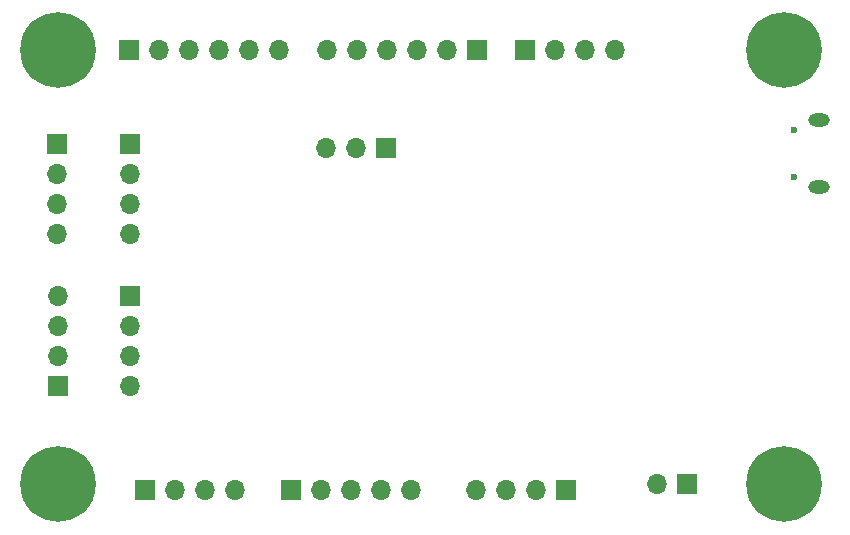
<source format=gbr>
%TF.GenerationSoftware,KiCad,Pcbnew,(5.1.7)-1*%
%TF.CreationDate,2020-11-01T11:20:17+05:30*%
%TF.ProjectId,stm 32 trial board5,73746d20-3332-4207-9472-69616c20626f,rev?*%
%TF.SameCoordinates,Original*%
%TF.FileFunction,Soldermask,Bot*%
%TF.FilePolarity,Negative*%
%FSLAX46Y46*%
G04 Gerber Fmt 4.6, Leading zero omitted, Abs format (unit mm)*
G04 Created by KiCad (PCBNEW (5.1.7)-1) date 2020-11-01 11:20:17*
%MOMM*%
%LPD*%
G01*
G04 APERTURE LIST*
%ADD10C,6.400000*%
%ADD11C,0.800000*%
%ADD12R,1.700000X1.700000*%
%ADD13O,1.700000X1.700000*%
%ADD14O,1.820000X1.120000*%
%ADD15C,0.600000*%
G04 APERTURE END LIST*
D10*
%TO.C,H1*%
X36000000Y-71250000D03*
D11*
X38400000Y-71250000D03*
X37697056Y-72947056D03*
X36000000Y-73650000D03*
X34302944Y-72947056D03*
X33600000Y-71250000D03*
X34302944Y-69552944D03*
X36000000Y-68850000D03*
X37697056Y-69552944D03*
%TD*%
%TO.C,H2*%
X37697056Y-106302944D03*
X36000000Y-105600000D03*
X34302944Y-106302944D03*
X33600000Y-108000000D03*
X34302944Y-109697056D03*
X36000000Y-110400000D03*
X37697056Y-109697056D03*
X38400000Y-108000000D03*
D10*
X36000000Y-108000000D03*
%TD*%
%TO.C,H3*%
X97500000Y-71250000D03*
D11*
X99900000Y-71250000D03*
X99197056Y-72947056D03*
X97500000Y-73650000D03*
X95802944Y-72947056D03*
X95100000Y-71250000D03*
X95802944Y-69552944D03*
X97500000Y-68850000D03*
X99197056Y-69552944D03*
%TD*%
%TO.C,H4*%
X99197056Y-106302944D03*
X97500000Y-105600000D03*
X95802944Y-106302944D03*
X95100000Y-108000000D03*
X95802944Y-109697056D03*
X97500000Y-110400000D03*
X99197056Y-109697056D03*
X99900000Y-108000000D03*
D10*
X97500000Y-108000000D03*
%TD*%
D12*
%TO.C,J2*%
X89290000Y-108000000D03*
D13*
X86750000Y-108000000D03*
%TD*%
D12*
%TO.C,J6*%
X75500000Y-71250000D03*
D13*
X78040000Y-71250000D03*
X80580000Y-71250000D03*
X83120000Y-71250000D03*
%TD*%
D12*
%TO.C,J7*%
X43380000Y-108500000D03*
D13*
X45920000Y-108500000D03*
X48460000Y-108500000D03*
X51000000Y-108500000D03*
%TD*%
%TO.C,J8*%
X71380000Y-108500000D03*
X73920000Y-108500000D03*
X76460000Y-108500000D03*
D12*
X79000000Y-108500000D03*
%TD*%
%TO.C,J10*%
X55750000Y-108500000D03*
D13*
X58290000Y-108500000D03*
X60830000Y-108500000D03*
X63370000Y-108500000D03*
X65910000Y-108500000D03*
%TD*%
D12*
%TO.C,J11*%
X71500000Y-71250000D03*
D13*
X68960000Y-71250000D03*
X66420000Y-71250000D03*
X63880000Y-71250000D03*
X61340000Y-71250000D03*
X58800000Y-71250000D03*
%TD*%
%TO.C,J12*%
X54700000Y-71250000D03*
X52160000Y-71250000D03*
X49620000Y-71250000D03*
X47080000Y-71250000D03*
X44540000Y-71250000D03*
D12*
X42000000Y-71250000D03*
%TD*%
%TO.C,J13*%
X63790000Y-79500000D03*
D13*
X61250000Y-79500000D03*
X58710000Y-79500000D03*
%TD*%
D14*
%TO.C,J9*%
X100425000Y-82775000D03*
X100425000Y-77125000D03*
D15*
X98275000Y-81950000D03*
X98275000Y-77950000D03*
%TD*%
D12*
%TO.C,J1*%
X36000000Y-99700000D03*
D13*
X36000000Y-97160000D03*
X36000000Y-94620000D03*
X36000000Y-92080000D03*
%TD*%
%TO.C,J3*%
X42100000Y-99680000D03*
X42100000Y-97140000D03*
X42100000Y-94600000D03*
D12*
X42100000Y-92060000D03*
%TD*%
%TO.C,J4*%
X35900000Y-79200000D03*
D13*
X35900000Y-81740000D03*
X35900000Y-84280000D03*
X35900000Y-86820000D03*
%TD*%
%TO.C,J5*%
X42100000Y-86820000D03*
X42100000Y-84280000D03*
X42100000Y-81740000D03*
D12*
X42100000Y-79200000D03*
%TD*%
M02*

</source>
